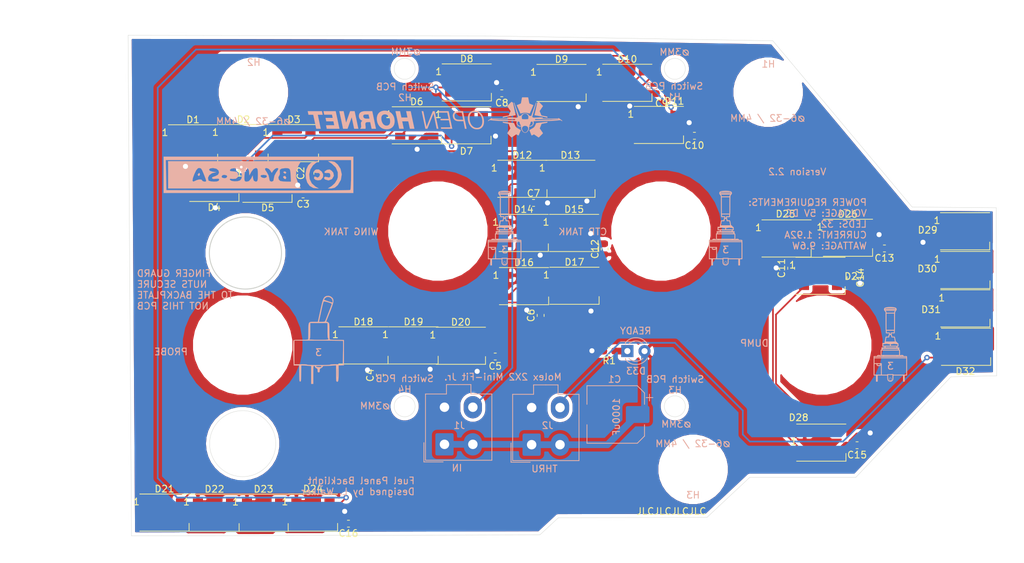
<source format=kicad_pcb>
(kicad_pcb (version 20171130) (host pcbnew "(5.1.12-1-10_14)")
  (layers (0 F.Cu signal) (31 B.Cu signal) (34 B.Paste user hide) (35 F.Paste user hide) (36 B.SilkS user) (37 F.SilkS user) (38 B.Mask user hide) (39 F.Mask user hide) (44 Edge.Cuts user))
  (net 0 "")
  (net 1 "Net-(D1-Pad2)")
  (net 2 "Net-(D1-Pad4)")
  (net 3 "Net-(D2-Pad2)")
  (net 4 "Net-(D3-Pad2)")
  (net 5 "Net-(D4-Pad2)")
  (net 6 "Net-(D4-Pad4)")
  (net 7 "Net-(D12-Pad4)")
  (net 8 "Net-(D6-Pad2)")
  (net 9 "Net-(D8-Pad2)")
  (net 10 "Net-(D10-Pad4)")
  (net 11 "Net-(D11-Pad2)")
  (net 12 "Net-(D11-Pad4)")
  (net 13 "Net-(D12-Pad2)")
  (net 14 "Net-(D13-Pad2)")
  (net 15 "Net-(D14-Pad2)")
  (net 16 "Net-(D15-Pad2)")
  (net 17 "Net-(D16-Pad2)")
  (net 18 "Net-(D17-Pad2)")
  (net 19 "Net-(D18-Pad2)")
  (net 20 "Net-(D19-Pad2)")
  (net 21 "Net-(D20-Pad2)")
  (net 22 "Net-(D21-Pad2)")
  (net 23 "Net-(D22-Pad2)")
  (net 24 "Net-(D23-Pad2)")
  (net 25 "Net-(D25-Pad2)")
  (net 26 "Net-(D26-Pad2)")
  (net 27 "Net-(D27-Pad2)")
  (net 28 "Net-(D28-Pad2)")
  (net 29 "Net-(D29-Pad2)")
  (net 30 "Net-(D30-Pad2)")
  (net 31 "Net-(D31-Pad2)")
  (net 32 /LEDGND)
  (net 33 /LED+5V)
  (net 34 "Net-(D33-Pad1)")
  (net 35 /DATAIN)
  (net 36 /DATAOUT)
  (module OH_Backlighting:Molex_Mini-Fit_Jr_5566-04A_2x02_P4.20mm_Vertical (layer B.Cu) (at 158.801 135.687)
    (fp_text reference J2 (at 2.362 -2.845) (layer B.SilkS) (effects (justify mirror)))
    (fp_text value Conn_01x04_Female)
    (pad 4 thru_hole oval (at 4.2 -5.5) (size 2.7 3.3) (drill 1.4) (layers *.Cu *.Mask) (net 36 /DATAOUT))
    (pad 3 thru_hole oval (at 0 -5.5) (size 2.7 3.3) (drill 1.4) (layers *.Cu *.Mask) (net 32 /LEDGND))
    (pad 2 thru_hole oval (at 4.2 0) (size 2.7 3.3) (drill 1.4) (layers *.Cu *.Mask) (net 33 /LED+5V))
    (pad 1 thru_hole roundrect (at 0 0) (size 2.7 3.3) (drill 1.4) (layers *.Cu *.Mask) (roundrect_rratio 0.09259296296296296) (net 33 /LED+5V))
  )
  (module OH_Backlighting:Molex_Mini-Fit_Jr_5566-04A_2x02_P4.20mm_Vertical (layer B.Cu) (at 145.898 135.636)
    (fp_text reference J1 (at 2.184 -2.794) (layer B.SilkS) (effects (justify mirror)))
    (fp_text value Conn_01x04_Female)
    (pad 4 thru_hole oval (at 4.2 -5.5) (size 2.7 3.3) (drill 1.4) (layers *.Cu *.Mask) (net 35 /DATAIN))
    (pad 3 thru_hole oval (at 0 -5.5) (size 2.7 3.3) (drill 1.4) (layers *.Cu *.Mask) (net 32 /LEDGND))
    (pad 2 thru_hole oval (at 4.2 0) (size 2.7 3.3) (drill 1.4) (layers *.Cu *.Mask) (net 33 /LED+5V))
    (pad 1 thru_hole roundrect (at 0 0) (size 2.7 3.3) (drill 1.4) (layers *.Cu *.Mask) (roundrect_rratio 0.09259296296296296) (net 33 /LED+5V))
  )
  (module OH_General:OH_LOGO_37.7mm_5.9mm (layer B.Cu) (at 144.5 87.2 180)
    (fp_text reference G*** hide)
    (fp_text value LOGO hide)
  )
  (module OH_General:CC-BY-NC-SA-Small (layer B.Cu) (at 118.44782 95.70212 180)
    (fp_text reference G*** hide)
    (fp_text value LOGO hide)
  )
  (module OH_Backlighting:631H_Toggle_13mm_x_13mm (layer F.Cu) (at 116.0272 120.9294)
    (fp_text reference 7 hide)
    (fp_text value 631H_Toggle_13mm_x_13mm hide)
    (pad "" np_thru_hole circle (at 0 0) (size 12.7 12.7) (drill 12.7) (layers B.Cu) (clearance 2.5))
    (pad "" np_thru_hole circle (at 0 0) (size 12.7 12.7) (drill 12.7) (layers *.Mask F.Cu) (clearance 1))
  )
  (module OH_Backlighting:OH_Panel_6-32_PHS (layer F.Cu) (at 193.8147 83.4644)
    (fp_text reference 6 hide)
    (fp_text value OH_Panel_Fastner_Keepout hide)
    (fp_text user H1 (at 0.0254 -4.16052) (layer B.SilkS) (effects (justify mirror)))
    (fp_text user "⌀6-32 / 4MM" (at -0.04572 3.85572) (layer B.SilkS) (effects (justify mirror)))
    (pad "" np_thru_hole circle (at 0 0) (size 4.3 4.3) (drill 4.3) (layers *.Cu *.Mask) (clearance 3))
  )
  (module OH_Backlighting:OH_Panel_6-32_PHS (layer F.Cu) (at 117.6147 83.4644)
    (fp_text reference 5 hide)
    (fp_text value OH_Panel_Fastner_Keepout hide)
    (fp_text user H2 (at 0.05334 -4.42214) (layer B.SilkS) (effects (justify mirror)))
    (fp_text user "⌀6-32 / 4MM" (at 0.05334 4.31546) (layer B.SilkS) (effects (justify mirror)))
    (pad "" np_thru_hole circle (at 0 0) (size 4.3 4.3) (drill 4.3) (layers *.Cu *.Mask) (clearance 3))
  )
  (module OH_Backlighting:OH_Panel_6-32_PHS (layer F.Cu) (at 182.70474 139.3444)
    (fp_text reference 5 hide)
    (fp_text value OH_Panel_Fastner_Keepout hide)
    (fp_text user H3 (at 0 3.81) (layer B.SilkS) (effects (justify mirror)))
    (fp_text user "⌀6-32 / 4MM" (at 0 -3.81) (layer B.SilkS) (effects (justify mirror)))
    (pad "" np_thru_hole circle (at 0 0) (size 4.3 4.3) (drill 4.3) (layers *.Cu *.Mask) (clearance 3))
  )
  (module OH_Backlighting:SxAL_Toggle_13x13mm (layer F.Cu) (at 201.7522 120.9294)
    (fp_text reference 3 hide)
    (fp_text value SxAL_Toggle_13x13mm hide)
    (pad "" np_thru_hole circle (at 0 0) (size 12.7 12.7) (drill 12.7) (layers *.Mask F.Cu) (clearance 1))
    (pad "" np_thru_hole circle (at 0 0) (size 12.7 12.7) (drill 12.7) (layers *.Mask B.Cu) (clearance 2.65))
  )
  (module OH_Backlighting:SxAL_Toggle_13x13mm (layer F.Cu) (at 177.9397 104.0384)
    (fp_text reference 2 hide)
    (fp_text value SxAL_Toggle_13x13mm hide)
    (pad "" np_thru_hole circle (at 0 0) (size 12.7 12.7) (drill 12.7) (layers *.Mask F.Cu) (clearance 1))
    (pad "" np_thru_hole circle (at 0 0) (size 12.7 12.7) (drill 12.7) (layers *.Mask B.Cu) (clearance 2.65))
  )
  (module OH_Backlighting:SxAL_Toggle_13x13mm (layer F.Cu) (at 144.9197 104.0384)
    (fp_text reference 1 hide)
    (fp_text value SxAL_Toggle_13x13mm hide)
    (pad "" np_thru_hole circle (at 0 0) (size 12.7 12.7) (drill 12.7) (layers *.Mask F.Cu) (clearance 1))
    (pad "" np_thru_hole circle (at 0 0) (size 12.7 12.7) (drill 12.7) (layers *.Mask B.Cu) (clearance 2.65))
  )
  (module Resistor_SMD:R_0603_1608Metric (layer F.Cu) (at 170.282 121.818 180)
    (fp_text reference R1 (at 0 -1.43) (layer F.SilkS))
    (fp_text value R)
    (pad 2 smd roundrect (at 0.7875 0 180) (size 0.875 0.95) (layers F.Cu F.Paste F.Mask) (net 32 /LEDGND))
    (pad 1 smd roundrect (at -0.7875 0 180) (size 0.875 0.95) (layers F.Cu F.Paste F.Mask) (net 34 "Net-(D33-Pad1)"))
  )
  (module Capacitor_SMD:C_0603_1608Metric (layer F.Cu) (at 131.68386 147.39366 180)
    (fp_text reference C16 (at 0 -1.43) (layer F.SilkS))
    (fp_text value C)
    (pad 2 smd roundrect (at 0.7875 0 180) (size 0.875 0.95) (layers F.Cu F.Paste F.Mask) (net 32 /LEDGND))
    (pad 1 smd roundrect (at -0.7875 0 180) (size 0.875 0.95) (layers F.Cu F.Paste F.Mask) (net 33 /LED+5V))
  )
  (module Capacitor_SMD:C_0603_1608Metric (layer F.Cu) (at 206.97454 135.77062 180)
    (fp_text reference C15 (at 0 -1.43) (layer F.SilkS))
    (fp_text value C)
    (pad 2 smd roundrect (at 0.7875 0 180) (size 0.875 0.95) (layers F.Cu F.Paste F.Mask) (net 32 /LEDGND))
    (pad 1 smd roundrect (at -0.7875 0 180) (size 0.875 0.95) (layers F.Cu F.Paste F.Mask) (net 33 /LED+5V))
  )
  (module Capacitor_SMD:C_0603_1608Metric (layer F.Cu) (at 206.0194 110.94964 270)
    (fp_text reference C14 (at 0 -1.43 90) (layer F.SilkS))
    (fp_text value C)
    (pad 2 smd roundrect (at 0.7875 0 270) (size 0.875 0.95) (layers F.Cu F.Paste F.Mask) (net 32 /LEDGND))
    (pad 1 smd roundrect (at -0.7875 0 270) (size 0.875 0.95) (layers F.Cu F.Paste F.Mask) (net 33 /LED+5V))
  )
  (module Capacitor_SMD:C_0603_1608Metric (layer F.Cu) (at 211.02584 106.61396 180)
    (fp_text reference C13 (at 0 -1.43) (layer F.SilkS))
    (fp_text value C)
    (pad 2 smd roundrect (at 0.7875 0 180) (size 0.875 0.95) (layers F.Cu F.Paste F.Mask) (net 32 /LEDGND))
    (pad 1 smd roundrect (at -0.7875 0 180) (size 0.875 0.95) (layers F.Cu F.Paste F.Mask) (net 33 /LED+5V))
  )
  (module Capacitor_SMD:C_0603_1608Metric (layer F.Cu) (at 169.61104 106.69788 90)
    (fp_text reference C12 (at 0 -1.43 90) (layer F.SilkS))
    (fp_text value C)
    (pad 2 smd roundrect (at 0.7875 0 90) (size 0.875 0.95) (layers F.Cu F.Paste F.Mask) (net 32 /LEDGND))
    (pad 1 smd roundrect (at -0.7875 0 90) (size 0.875 0.95) (layers F.Cu F.Paste F.Mask) (net 33 /LED+5V))
  )
  (module Capacitor_SMD:C_0603_1608Metric (layer F.Cu) (at 197.22338 109.54502 90)
    (fp_text reference C11 (at 0 -1.43 90) (layer F.SilkS))
    (fp_text value C)
    (pad 2 smd roundrect (at 0.7875 0 90) (size 0.875 0.95) (layers F.Cu F.Paste F.Mask) (net 32 /LEDGND))
    (pad 1 smd roundrect (at -0.7875 0 90) (size 0.875 0.95) (layers F.Cu F.Paste F.Mask) (net 33 /LED+5V))
  )
  (module Capacitor_SMD:C_0603_1608Metric (layer F.Cu) (at 182.89788 89.916 180)
    (fp_text reference C10 (at 0 -1.43) (layer F.SilkS))
    (fp_text value C)
    (pad 2 smd roundrect (at 0.7875 0 180) (size 0.875 0.95) (layers F.Cu F.Paste F.Mask) (net 32 /LEDGND))
    (pad 1 smd roundrect (at -0.7875 0 180) (size 0.875 0.95) (layers F.Cu F.Paste F.Mask) (net 33 /LED+5V))
  )
  (module Capacitor_SMD:C_0603_1608Metric (layer F.Cu) (at 178.05136 83.67522 180)
    (fp_text reference C9 (at 0 -1.43) (layer F.SilkS))
    (fp_text value C)
    (pad 2 smd roundrect (at 0.7875 0 180) (size 0.875 0.95) (layers F.Cu F.Paste F.Mask) (net 32 /LEDGND))
    (pad 1 smd roundrect (at -0.7875 0 180) (size 0.875 0.95) (layers F.Cu F.Paste F.Mask) (net 33 /LED+5V))
  )
  (module Capacitor_SMD:C_0603_1608Metric (layer F.Cu) (at 154.3812 83.6168 180)
    (fp_text reference C8 (at 0 -1.43) (layer F.SilkS))
    (fp_text value C)
    (pad 2 smd roundrect (at 0.7875 0 180) (size 0.875 0.95) (layers F.Cu F.Paste F.Mask) (net 32 /LEDGND))
    (pad 1 smd roundrect (at -0.7875 0 180) (size 0.875 0.95) (layers F.Cu F.Paste F.Mask) (net 33 /LED+5V))
  )
  (module Capacitor_SMD:C_0603_1608Metric (layer F.Cu) (at 159.08518 99.86518)
    (fp_text reference C7 (at 0 -1.43) (layer F.SilkS))
    (fp_text value C)
    (pad 2 smd roundrect (at 0.7875 0) (size 0.875 0.95) (layers F.Cu F.Paste F.Mask) (net 32 /LEDGND))
    (pad 1 smd roundrect (at -0.7875 0) (size 0.875 0.95) (layers F.Cu F.Paste F.Mask) (net 33 /LED+5V))
  )
  (module Capacitor_SMD:C_0603_1608Metric (layer F.Cu) (at 160.13684 116.53256 90)
    (fp_text reference C6 (at 0 -1.43 90) (layer F.SilkS))
    (fp_text value C)
    (pad 2 smd roundrect (at 0.7875 0 90) (size 0.875 0.95) (layers F.Cu F.Paste F.Mask) (net 32 /LEDGND))
    (pad 1 smd roundrect (at -0.7875 0 90) (size 0.875 0.95) (layers F.Cu F.Paste F.Mask) (net 33 /LED+5V))
  )
  (module Capacitor_SMD:C_0603_1608Metric (layer F.Cu) (at 153.41102 122.62358 180)
    (fp_text reference C5 (at 0 -1.43) (layer F.SilkS))
    (fp_text value C)
    (pad 2 smd roundrect (at 0.7875 0 180) (size 0.875 0.95) (layers F.Cu F.Paste F.Mask) (net 32 /LEDGND))
    (pad 1 smd roundrect (at -0.7875 0 180) (size 0.875 0.95) (layers F.Cu F.Paste F.Mask) (net 33 /LED+5V))
  )
  (module Capacitor_SMD:C_0603_1608Metric (layer F.Cu) (at 136.330007 125.396673 90)
    (fp_text reference C4 (at 0 -1.43 90) (layer F.SilkS))
    (fp_text value C)
    (pad 2 smd roundrect (at 0.7875 0 90) (size 0.875 0.95) (layers F.Cu F.Paste F.Mask) (net 32 /LEDGND))
    (pad 1 smd roundrect (at -0.7875 0 90) (size 0.875 0.95) (layers F.Cu F.Paste F.Mask) (net 33 /LED+5V))
  )
  (module Capacitor_SMD:C_0603_1608Metric (layer F.Cu) (at 124.9681 98.60534 180)
    (fp_text reference C3 (at 0 -1.43) (layer F.SilkS))
    (fp_text value C)
    (pad 2 smd roundrect (at 0.7875 0 180) (size 0.875 0.95) (layers F.Cu F.Paste F.Mask) (net 32 /LEDGND))
    (pad 1 smd roundrect (at -0.7875 0 180) (size 0.875 0.95) (layers F.Cu F.Paste F.Mask) (net 33 /LED+5V))
  )
  (module Capacitor_SMD:C_0603_1608Metric (layer F.Cu) (at 126.05512 95.46326 90)
    (fp_text reference C2 (at 0 -1.43 90) (layer F.SilkS))
    (fp_text value C)
    (pad 2 smd roundrect (at 0.7875 0 90) (size 0.875 0.95) (layers F.Cu F.Paste F.Mask) (net 32 /LEDGND))
    (pad 1 smd roundrect (at -0.7875 0 90) (size 0.875 0.95) (layers F.Cu F.Paste F.Mask) (net 33 /LED+5V))
  )
  (module "Kicad Footprint Files:631HToggle" (layer B.Cu) (at 127.3048 120.142 180)
    (fp_text reference G*** hide)
    (fp_text value LOGO hide)
  )
  (module "Kicad Footprint Files:S3ALToggle" (layer B.Cu) (at 212.0392 120.9548 180)
    (fp_text reference G*** hide)
    (fp_text value LOGO hide)
    (fp_text user 3 (at 0.125 -3.075) (layer B.SilkS) (effects (justify mirror)))
  )
  (module "Kicad Footprint Files:S3ALToggle" (layer B.Cu) (at 187.6552 103.7336 180)
    (fp_text reference G*** hide)
    (fp_text value LOGO hide)
    (fp_text user 3 (at 0.125 -3.075) (layer B.SilkS) (effects (justify mirror)))
  )
  (module "Kicad Footprint Files:S3ALToggle" (layer B.Cu) (at 154.94 103.7336 180)
    (fp_text reference G*** hide)
    (fp_text value LOGO hide)
    (fp_text user 3 (at 0.125 -3.075) (layer B.SilkS) (effects (justify mirror)))
  )
  (module LED_THT:LED_D3.0mm (layer B.Cu) (at 172.974 121.818)
    (fp_text reference D33 (at 1.27 2.96) (layer B.SilkS) (effects (justify mirror)))
    (fp_text value LED)
    (pad 2 thru_hole circle (at 2.54 0) (size 1.8 1.8) (drill 0.9) (layers *.Cu *.Mask) (net 33 /LED+5V))
    (pad 1 thru_hole rect (at 0 0) (size 1.8 1.8) (drill 0.9) (layers *.Cu *.Mask) (net 34 "Net-(D33-Pad1)"))
  )
  (module LED_SMD:LED_WS2812B_PLCC4_5.0x5.0mm_P3.2mm (layer F.Cu) (at 119.685 97.028)
    (fp_text reference D5 (at 0.0508 3.556) (layer F.SilkS))
    (fp_text value WS2812B)
    (fp_text user 1 (at -4.15 -1.6) (layer F.SilkS))
    (pad 1 smd rect (at -2.45 -1.6) (size 1.5 1) (layers F.Cu F.Paste F.Mask) (net 33 /LED+5V))
    (pad 2 smd rect (at -2.45 1.6) (size 1.5 1) (layers F.Cu F.Paste F.Mask) (net 7 "Net-(D12-Pad4)"))
    (pad 4 smd rect (at 2.45 -1.6) (size 1.5 1) (layers F.Cu F.Paste F.Mask) (net 5 "Net-(D4-Pad2)"))
    (pad 3 smd rect (at 2.45 1.6) (size 1.5 1) (layers F.Cu F.Paste F.Mask) (net 32 /LEDGND))
  )
  (module LED_SMD:LED_WS2812B_PLCC4_5.0x5.0mm_P3.2mm (layer F.Cu) (at 201.676 135.382)
    (fp_text reference D28 (at -3.3528 -3.7084) (layer F.SilkS))
    (fp_text value WS2812B)
    (fp_text user 1 (at -4.064 -0.1524) (layer F.SilkS))
    (pad 1 smd rect (at -2.45 -1.6) (size 1.5 1) (layers F.Cu F.Paste F.Mask) (net 33 /LED+5V))
    (pad 2 smd rect (at -2.45 1.6) (size 1.5 1) (layers F.Cu F.Paste F.Mask) (net 28 "Net-(D28-Pad2)"))
    (pad 4 smd rect (at 2.45 -1.6) (size 1.5 1) (layers F.Cu F.Paste F.Mask) (net 27 "Net-(D27-Pad2)"))
    (pad 3 smd rect (at 2.45 1.6) (size 1.5 1) (layers F.Cu F.Paste F.Mask) (net 32 /LEDGND))
  )
  (module LED_SMD:LED_WS2812B_PLCC4_5.0x5.0mm_P3.2mm (layer F.Cu) (at 157.621 104.318)
    (fp_text reference D14 (at 0 -3.5) (layer F.SilkS))
    (fp_text value WS2812B)
    (fp_text user 1 (at -4.15 -1.6) (layer F.SilkS))
    (pad 1 smd rect (at -2.45 -1.6) (size 1.5 1) (layers F.Cu F.Paste F.Mask) (net 33 /LED+5V))
    (pad 2 smd rect (at -2.45 1.6) (size 1.5 1) (layers F.Cu F.Paste F.Mask) (net 15 "Net-(D14-Pad2)"))
    (pad 4 smd rect (at 2.45 -1.6) (size 1.5 1) (layers F.Cu F.Paste F.Mask) (net 14 "Net-(D13-Pad2)"))
    (pad 3 smd rect (at 2.45 1.6) (size 1.5 1) (layers F.Cu F.Paste F.Mask) (net 32 /LEDGND))
  )
  (module Capacitor_SMD:CP_Elec_8x10 (layer B.Cu) (at 171.248 131.216 180)
    (fp_text reference C1 (at 0.18154 5.21676) (layer B.SilkS) (effects (justify mirror)))
    (fp_text value C_Polarized)
    (pad 2 smd roundrect (at 3.25 0 180) (size 3.5 2.5) (layers B.Cu B.Paste B.Mask) (roundrect_rratio 0.1) (net 32 /LEDGND))
    (pad 1 smd roundrect (at -3.25 0 180) (size 3.5 2.5) (layers B.Cu B.Paste B.Mask) (roundrect_rratio 0.1) (net 33 /LED+5V))
  )
  (module LED_SMD:LED_WS2812B_PLCC4_5.0x5.0mm_P3.2mm (layer F.Cu) (at 223.102 121.183)
    (fp_text reference D32 (at -0.09 3.6326) (layer F.SilkS))
    (fp_text value WS2812B)
    (fp_text user 1 (at -4.15 -1.6) (layer F.SilkS))
    (pad 1 smd rect (at -2.45 -1.6) (size 1.5 1) (layers F.Cu F.Paste F.Mask) (net 33 /LED+5V))
    (pad 2 smd rect (at -2.45 1.6) (size 1.5 1) (layers F.Cu F.Paste F.Mask) (net 36 /DATAOUT))
    (pad 4 smd rect (at 2.45 -1.6) (size 1.5 1) (layers F.Cu F.Paste F.Mask) (net 31 "Net-(D31-Pad2)"))
    (pad 3 smd rect (at 2.45 1.6) (size 1.5 1) (layers F.Cu F.Paste F.Mask) (net 32 /LEDGND))
  )
  (module LED_SMD:LED_WS2812B_PLCC4_5.0x5.0mm_P3.2mm (layer F.Cu) (at 223 115.494)
    (fp_text reference D31 (at -5.068 0.1776) (layer F.SilkS))
    (fp_text value WS2812B)
    (fp_text user 1 (at -3.4932 -1.5496) (layer F.SilkS))
    (pad 1 smd rect (at -2.45 -1.6) (size 1.5 1) (layers F.Cu F.Paste F.Mask) (net 33 /LED+5V))
    (pad 2 smd rect (at -2.45 1.6) (size 1.5 1) (layers F.Cu F.Paste F.Mask) (net 31 "Net-(D31-Pad2)"))
    (pad 4 smd rect (at 2.45 -1.6) (size 1.5 1) (layers F.Cu F.Paste F.Mask) (net 30 "Net-(D30-Pad2)"))
    (pad 3 smd rect (at 2.45 1.6) (size 1.5 1) (layers F.Cu F.Paste F.Mask) (net 32 /LEDGND))
  )
  (module LED_SMD:LED_WS2812B_PLCC4_5.0x5.0mm_P3.2mm (layer F.Cu) (at 223 109.804)
    (fp_text reference D30 (at -5.6272 -0.1776) (layer F.SilkS))
    (fp_text value WS2812B)
    (fp_text user 1 (at -4.15 -1.6) (layer F.SilkS))
    (pad 1 smd rect (at -2.45 -1.6) (size 1.5 1) (layers F.Cu F.Paste F.Mask) (net 33 /LED+5V))
    (pad 2 smd rect (at -2.45 1.6) (size 1.5 1) (layers F.Cu F.Paste F.Mask) (net 30 "Net-(D30-Pad2)"))
    (pad 4 smd rect (at 2.45 -1.6) (size 1.5 1) (layers F.Cu F.Paste F.Mask) (net 29 "Net-(D29-Pad2)"))
    (pad 3 smd rect (at 2.45 1.6) (size 1.5 1) (layers F.Cu F.Paste F.Mask) (net 32 /LEDGND))
  )
  (module LED_SMD:LED_WS2812B_PLCC4_5.0x5.0mm_P3.2mm (layer F.Cu) (at 222.961 104.064)
    (fp_text reference D29 (at -5.5372 -0.178) (layer F.SilkS))
    (fp_text value WS2812B)
    (fp_text user 1 (at -4.15 -1.6) (layer F.SilkS))
    (pad 1 smd rect (at -2.45 -1.6) (size 1.5 1) (layers F.Cu F.Paste F.Mask) (net 33 /LED+5V))
    (pad 2 smd rect (at -2.45 1.6) (size 1.5 1) (layers F.Cu F.Paste F.Mask) (net 29 "Net-(D29-Pad2)"))
    (pad 4 smd rect (at 2.45 -1.6) (size 1.5 1) (layers F.Cu F.Paste F.Mask) (net 28 "Net-(D28-Pad2)"))
    (pad 3 smd rect (at 2.45 1.6) (size 1.5 1) (layers F.Cu F.Paste F.Mask) (net 32 /LEDGND))
  )
  (module LED_SMD:LED_WS2812B_PLCC4_5.0x5.0mm_P3.2mm (layer F.Cu) (at 201.563 110.668)
    (fp_text reference D27 (at 4.99 0.0764) (layer F.SilkS))
    (fp_text value WS2812B)
    (fp_text user 1 (at -4.15 -1.6) (layer F.SilkS))
    (pad 1 smd rect (at -2.45 -1.6) (size 1.5 1) (layers F.Cu F.Paste F.Mask) (net 33 /LED+5V))
    (pad 2 smd rect (at -2.45 1.6) (size 1.5 1) (layers F.Cu F.Paste F.Mask) (net 27 "Net-(D27-Pad2)"))
    (pad 4 smd rect (at 2.45 -1.6) (size 1.5 1) (layers F.Cu F.Paste F.Mask) (net 26 "Net-(D26-Pad2)"))
    (pad 3 smd rect (at 2.45 1.6) (size 1.5 1) (layers F.Cu F.Paste F.Mask) (net 32 /LEDGND))
  )
  (module LED_SMD:LED_WS2812B_PLCC4_5.0x5.0mm_P3.2mm (layer F.Cu) (at 205.627 105.029)
    (fp_text reference D26 (at 0 -3.5) (layer F.SilkS))
    (fp_text value WS2812B)
    (fp_text user 1 (at -4.15 -1.6) (layer F.SilkS))
    (pad 1 smd rect (at -2.45 -1.6) (size 1.5 1) (layers F.Cu F.Paste F.Mask) (net 33 /LED+5V))
    (pad 2 smd rect (at -2.45 1.6) (size 1.5 1) (layers F.Cu F.Paste F.Mask) (net 26 "Net-(D26-Pad2)"))
    (pad 4 smd rect (at 2.45 -1.6) (size 1.5 1) (layers F.Cu F.Paste F.Mask) (net 25 "Net-(D25-Pad2)"))
    (pad 3 smd rect (at 2.45 1.6) (size 1.5 1) (layers F.Cu F.Paste F.Mask) (net 32 /LEDGND))
  )
  (module LED_SMD:LED_WS2812B_PLCC4_5.0x5.0mm_P3.2mm (layer F.Cu) (at 196.534 105.131)
    (fp_text reference D25 (at -0.1408 -3.6324) (layer F.SilkS))
    (fp_text value WS2812B)
    (fp_text user 1 (at -4.15 -1.6) (layer F.SilkS))
    (pad 1 smd rect (at -2.45 -1.6) (size 1.5 1) (layers F.Cu F.Paste F.Mask) (net 33 /LED+5V))
    (pad 2 smd rect (at -2.45 1.6) (size 1.5 1) (layers F.Cu F.Paste F.Mask) (net 25 "Net-(D25-Pad2)"))
    (pad 4 smd rect (at 2.45 -1.6) (size 1.5 1) (layers F.Cu F.Paste F.Mask) (net 11 "Net-(D11-Pad2)"))
    (pad 3 smd rect (at 2.45 1.6) (size 1.5 1) (layers F.Cu F.Paste F.Mask) (net 32 /LEDGND))
  )
  (module LED_SMD:LED_WS2812B_PLCC4_5.0x5.0mm_P3.2mm (layer F.Cu) (at 126.43 145.745)
    (fp_text reference D24 (at 0 -3.5) (layer F.SilkS))
    (fp_text value WS2812B)
    (fp_text user 1 (at -4.15 -1.6) (layer F.SilkS))
    (pad 1 smd rect (at -2.45 -1.6) (size 1.5 1) (layers F.Cu F.Paste F.Mask) (net 33 /LED+5V))
    (pad 2 smd rect (at -2.45 1.6) (size 1.5 1) (layers F.Cu F.Paste F.Mask) (net 12 "Net-(D11-Pad4)"))
    (pad 4 smd rect (at 2.45 -1.6) (size 1.5 1) (layers F.Cu F.Paste F.Mask) (net 24 "Net-(D23-Pad2)"))
    (pad 3 smd rect (at 2.45 1.6) (size 1.5 1) (layers F.Cu F.Paste F.Mask) (net 32 /LEDGND))
  )
  (module LED_SMD:LED_WS2812B_PLCC4_5.0x5.0mm_P3.2mm (layer F.Cu) (at 119.114 145.77)
    (fp_text reference D23 (at 0 -3.5) (layer F.SilkS))
    (fp_text value WS2812B)
    (fp_text user 1 (at -4.15 -1.6) (layer F.SilkS))
    (pad 1 smd rect (at -2.45 -1.6) (size 1.5 1) (layers F.Cu F.Paste F.Mask) (net 33 /LED+5V))
    (pad 2 smd rect (at -2.45 1.6) (size 1.5 1) (layers F.Cu F.Paste F.Mask) (net 24 "Net-(D23-Pad2)"))
    (pad 4 smd rect (at 2.45 -1.6) (size 1.5 1) (layers F.Cu F.Paste F.Mask) (net 23 "Net-(D22-Pad2)"))
    (pad 3 smd rect (at 2.45 1.6) (size 1.5 1) (layers F.Cu F.Paste F.Mask) (net 32 /LEDGND))
  )
  (module LED_SMD:LED_WS2812B_PLCC4_5.0x5.0mm_P3.2mm (layer F.Cu) (at 111.85 145.771)
    (fp_text reference D22 (at 0 -3.5) (layer F.SilkS))
    (fp_text value WS2812B)
    (fp_text user 1 (at -4.15 -1.6) (layer F.SilkS))
    (pad 1 smd rect (at -2.45 -1.6) (size 1.5 1) (layers F.Cu F.Paste F.Mask) (net 33 /LED+5V))
    (pad 2 smd rect (at -2.45 1.6) (size 1.5 1) (layers F.Cu F.Paste F.Mask) (net 23 "Net-(D22-Pad2)"))
    (pad 4 smd rect (at 2.45 -1.6) (size 1.5 1) (layers F.Cu F.Paste F.Mask) (net 22 "Net-(D21-Pad2)"))
    (pad 3 smd rect (at 2.45 1.6) (size 1.5 1) (layers F.Cu F.Paste F.Mask) (net 32 /LEDGND))
  )
  (module LED_SMD:LED_WS2812B_PLCC4_5.0x5.0mm_P3.2mm (layer F.Cu) (at 104.445 145.745)
    (fp_text reference D21 (at 0 -3.5) (layer F.SilkS))
    (fp_text value WS2812B)
    (fp_text user 1 (at -4.15 -1.6) (layer F.SilkS))
    (pad 1 smd rect (at -2.45 -1.6) (size 1.5 1) (layers F.Cu F.Paste F.Mask) (net 33 /LED+5V))
    (pad 2 smd rect (at -2.45 1.6) (size 1.5 1) (layers F.Cu F.Paste F.Mask) (net 22 "Net-(D21-Pad2)"))
    (pad 4 smd rect (at 2.45 -1.6) (size 1.5 1) (layers F.Cu F.Paste F.Mask) (net 21 "Net-(D20-Pad2)"))
    (pad 3 smd rect (at 2.45 1.6) (size 1.5 1) (layers F.Cu F.Paste F.Mask) (net 32 /LEDGND))
  )
  (module LED_SMD:LED_WS2812B_PLCC4_5.0x5.0mm_P3.2mm (layer F.Cu) (at 148.324 121.031)
    (fp_text reference D20 (at 0 -3.5) (layer F.SilkS))
    (fp_text value WS2812B)
    (fp_text user 1 (at -4.15 -1.6) (layer F.SilkS))
    (pad 1 smd rect (at -2.45 -1.6) (size 1.5 1) (layers F.Cu F.Paste F.Mask) (net 33 /LED+5V))
    (pad 2 smd rect (at -2.45 1.6) (size 1.5 1) (layers F.Cu F.Paste F.Mask) (net 21 "Net-(D20-Pad2)"))
    (pad 4 smd rect (at 2.45 -1.6) (size 1.5 1) (layers F.Cu F.Paste F.Mask) (net 20 "Net-(D19-Pad2)"))
    (pad 3 smd rect (at 2.45 1.6) (size 1.5 1) (layers F.Cu F.Paste F.Mask) (net 32 /LEDGND))
  )
  (module LED_SMD:LED_WS2812B_PLCC4_5.0x5.0mm_P3.2mm (layer F.Cu) (at 141.314 120.98)
    (fp_text reference D19 (at 0 -3.5) (layer F.SilkS))
    (fp_text value WS2812B)
    (fp_text user 1 (at -4.15 -1.6) (layer F.SilkS))
    (pad 1 smd rect (at -2.45 -1.6) (size 1.5 1) (layers F.Cu F.Paste F.Mask) (net 33 /LED+5V))
    (pad 2 smd rect (at -2.45 1.6) (size 1.5 1) (layers F.Cu F.Paste F.Mask) (net 20 "Net-(D19-Pad2)"))
    (pad 4 smd rect (at 2.45 -1.6) (size 1.5 1) (layers F.Cu F.Paste F.Mask) (net 19 "Net-(D18-Pad2)"))
    (pad 3 smd rect (at 2.45 1.6) (size 1.5 1) (layers F.Cu F.Paste F.Mask) (net 32 /LEDGND))
  )
  (module LED_SMD:LED_WS2812B_PLCC4_5.0x5.0mm_P3.2mm (layer F.Cu) (at 133.897 120.98)
    (fp_text reference D18 (at 0 -3.5) (layer F.SilkS))
    (fp_text value WS2812B)
    (fp_text user 1 (at -4.15 -1.6) (layer F.SilkS))
    (pad 1 smd rect (at -2.45 -1.6) (size 1.5 1) (layers F.Cu F.Paste F.Mask) (net 33 /LED+5V))
    (pad 2 smd rect (at -2.45 1.6) (size 1.5 1) (layers F.Cu F.Paste F.Mask) (net 19 "Net-(D18-Pad2)"))
    (pad 4 smd rect (at 2.45 -1.6) (size 1.5 1) (layers F.Cu F.Paste F.Mask) (net 18 "Net-(D17-Pad2)"))
    (pad 3 smd rect (at 2.45 1.6) (size 1.5 1) (layers F.Cu F.Paste F.Mask) (net 32 /LEDGND))
  )
  (module LED_SMD:LED_WS2812B_PLCC4_5.0x5.0mm_P3.2mm (layer F.Cu) (at 165.139 112.141)
    (fp_text reference D17 (at 0 -3.5) (layer F.SilkS))
    (fp_text value WS2812B)
    (fp_text user 1 (at -4.15 -1.6) (layer F.SilkS))
    (pad 1 smd rect (at -2.45 -1.6) (size 1.5 1) (layers F.Cu F.Paste F.Mask) (net 33 /LED+5V))
    (pad 2 smd rect (at -2.45 1.6) (size 1.5 1) (layers F.Cu F.Paste F.Mask) (net 18 "Net-(D17-Pad2)"))
    (pad 4 smd rect (at 2.45 -1.6) (size 1.5 1) (layers F.Cu F.Paste F.Mask) (net 17 "Net-(D16-Pad2)"))
    (pad 3 smd rect (at 2.45 1.6) (size 1.5 1) (layers F.Cu F.Paste F.Mask) (net 32 /LEDGND))
  )
  (module LED_SMD:LED_WS2812B_PLCC4_5.0x5.0mm_P3.2mm (layer F.Cu) (at 157.672 112.192)
    (fp_text reference D16 (at 0 -3.5) (layer F.SilkS))
    (fp_text value WS2812B)
    (fp_text user 1 (at -4.15 -1.6) (layer F.SilkS))
    (pad 1 smd rect (at -2.45 -1.6) (size 1.5 1) (layers F.Cu F.Paste F.Mask) (net 33 /LED+5V))
    (pad 2 smd rect (at -2.45 1.6) (size 1.5 1) (layers F.Cu F.Paste F.Mask) (net 17 "Net-(D16-Pad2)"))
    (pad 4 smd rect (at 2.45 -1.6) (size 1.5 1) (layers F.Cu F.Paste F.Mask) (net 16 "Net-(D15-Pad2)"))
    (pad 3 smd rect (at 2.45 1.6) (size 1.5 1) (layers F.Cu F.Paste F.Mask) (net 32 /LEDGND))
  )
  (module LED_SMD:LED_WS2812B_PLCC4_5.0x5.0mm_P3.2mm (layer F.Cu) (at 165.088 104.318)
    (fp_text reference D15 (at 0 -3.5) (layer F.SilkS))
    (fp_text value WS2812B)
    (fp_text user 1 (at -4.15 -1.6) (layer F.SilkS))
    (pad 1 smd rect (at -2.45 -1.6) (size 1.5 1) (layers F.Cu F.Paste F.Mask) (net 33 /LED+5V))
    (pad 2 smd rect (at -2.45 1.6) (size 1.5 1) (layers F.Cu F.Paste F.Mask) (net 16 "Net-(D15-Pad2)"))
    (pad 4 smd rect (at 2.45 -1.6) (size 1.5 1) (layers F.Cu F.Paste F.Mask) (net 15 "Net-(D14-Pad2)"))
    (pad 3 smd rect (at 2.45 1.6) (size 1.5 1) (layers F.Cu F.Paste F.Mask) (net 32 /LEDGND))
  )
  (module LED_SMD:LED_WS2812B_PLCC4_5.0x5.0mm_P3.2mm (layer F.Cu) (at 164.53 96.2912)
    (fp_text reference D13 (at 0 -3.5) (layer F.SilkS))
    (fp_text value WS2812B)
    (fp_text user 1 (at -4.15 -1.6) (layer F.SilkS))
    (pad 1 smd rect (at -2.45 -1.6) (size 1.5 1) (layers F.Cu F.Paste F.Mask) (net 33 /LED+5V))
    (pad 2 smd rect (at -2.45 1.6) (size 1.5 1) (layers F.Cu F.Paste F.Mask) (net 14 "Net-(D13-Pad2)"))
    (pad 4 smd rect (at 2.45 -1.6) (size 1.5 1) (layers F.Cu F.Paste F.Mask) (net 13 "Net-(D12-Pad2)"))
    (pad 3 smd rect (at 2.45 1.6) (size 1.5 1) (layers F.Cu F.Paste F.Mask) (net 32 /LEDGND))
  )
  (module LED_SMD:LED_WS2812B_PLCC4_5.0x5.0mm_P3.2mm (layer F.Cu) (at 157.418 96.2912)
    (fp_text reference D12 (at 0 -3.5) (layer F.SilkS))
    (fp_text value WS2812B)
    (fp_text user 1 (at -4.15 -1.6) (layer F.SilkS))
    (pad 1 smd rect (at -2.45 -1.6) (size 1.5 1) (layers F.Cu F.Paste F.Mask) (net 33 /LED+5V))
    (pad 2 smd rect (at -2.45 1.6) (size 1.5 1) (layers F.Cu F.Paste F.Mask) (net 13 "Net-(D12-Pad2)"))
    (pad 4 smd rect (at 2.45 -1.6) (size 1.5 1) (layers F.Cu F.Paste F.Mask) (net 7 "Net-(D12-Pad4)"))
    (pad 3 smd rect (at 2.45 1.6) (size 1.5 1) (layers F.Cu F.Paste F.Mask) (net 32 /LEDGND))
  )
  (module LED_SMD:LED_WS2812B_PLCC4_5.0x5.0mm_P3.2mm (layer F.Cu) (at 177.636 88.3156)
    (fp_text reference D11 (at 2.2976 -3.5304) (layer F.SilkS))
    (fp_text value WS2812B)
    (fp_text user 1 (at -4.15 -1.6) (layer F.SilkS))
    (pad 1 smd rect (at -2.45 -1.6) (size 1.5 1) (layers F.Cu F.Paste F.Mask) (net 33 /LED+5V))
    (pad 2 smd rect (at -2.45 1.6) (size 1.5 1) (layers F.Cu F.Paste F.Mask) (net 11 "Net-(D11-Pad2)"))
    (pad 4 smd rect (at 2.45 -1.6) (size 1.5 1) (layers F.Cu F.Paste F.Mask) (net 12 "Net-(D11-Pad4)"))
    (pad 3 smd rect (at 2.45 1.6) (size 1.5 1) (layers F.Cu F.Paste F.Mask) (net 32 /LEDGND))
  )
  (module LED_SMD:LED_WS2812B_PLCC4_5.0x5.0mm_P3.2mm (layer F.Cu) (at 172.962 82.0672)
    (fp_text reference D10 (at 0 -3.5) (layer F.SilkS))
    (fp_text value WS2812B)
    (fp_text user 1 (at -4.15 -1.6) (layer F.SilkS))
    (pad 1 smd rect (at -2.45 -1.6) (size 1.5 1) (layers F.Cu F.Paste F.Mask) (net 33 /LED+5V))
    (pad 2 smd rect (at -2.45 1.6) (size 1.5 1) (layers F.Cu F.Paste F.Mask) (net 2 "Net-(D1-Pad4)"))
    (pad 4 smd rect (at 2.45 -1.6) (size 1.5 1) (layers F.Cu F.Paste F.Mask) (net 10 "Net-(D10-Pad4)"))
    (pad 3 smd rect (at 2.45 1.6) (size 1.5 1) (layers F.Cu F.Paste F.Mask) (net 32 /LEDGND))
  )
  (module LED_SMD:LED_WS2812B_PLCC4_5.0x5.0mm_P3.2mm (layer F.Cu) (at 163.22 82.0928)
    (fp_text reference D9 (at 0 -3.5) (layer F.SilkS))
    (fp_text value WS2812B)
    (fp_text user 1 (at -4.15 -1.6) (layer F.SilkS))
    (pad 1 smd rect (at -2.45 -1.6) (size 1.5 1) (layers F.Cu F.Paste F.Mask) (net 33 /LED+5V))
    (pad 2 smd rect (at -2.45 1.6) (size 1.5 1) (layers F.Cu F.Paste F.Mask) (net 10 "Net-(D10-Pad4)"))
    (pad 4 smd rect (at 2.45 -1.6) (size 1.5 1) (layers F.Cu F.Paste F.Mask) (net 9 "Net-(D8-Pad2)"))
    (pad 3 smd rect (at 2.45 1.6) (size 1.5 1) (layers F.Cu F.Paste F.Mask) (net 32 /LEDGND))
  )
  (module LED_SMD:LED_WS2812B_PLCC4_5.0x5.0mm_P3.2mm (layer F.Cu) (at 149.188 82.0164)
    (fp_text reference D8 (at 0 -3.5) (layer F.SilkS))
    (fp_text value WS2812B)
    (fp_text user 1 (at -4.15 -1.6) (layer F.SilkS))
    (pad 1 smd rect (at -2.45 -1.6) (size 1.5 1) (layers F.Cu F.Paste F.Mask) (net 33 /LED+5V))
    (pad 2 smd rect (at -2.45 1.6) (size 1.5 1) (layers F.Cu F.Paste F.Mask) (net 9 "Net-(D8-Pad2)"))
    (pad 4 smd rect (at 2.45 -1.6) (size 1.5 1) (layers F.Cu F.Paste F.Mask) (net 35 /DATAIN))
    (pad 3 smd rect (at 2.45 1.6) (size 1.5 1) (layers F.Cu F.Paste F.Mask) (net 32 /LEDGND))
  )
  (module LED_SMD:LED_WS2812B_PLCC4_5.0x5.0mm_P3.2mm (layer F.Cu) (at 149.137 88.3668)
    (fp_text reference D7 (at 0.0116 3.8352) (layer F.SilkS))
    (fp_text value WS2812B)
    (fp_text user 1 (at -4.15 -1.6) (layer F.SilkS))
    (pad 1 smd rect (at -2.45 -1.6) (size 1.5 1) (layers F.Cu F.Paste F.Mask) (net 33 /LED+5V))
    (pad 2 smd rect (at -2.45 1.6) (size 1.5 1) (layers F.Cu F.Paste F.Mask) (net 6 "Net-(D4-Pad4)"))
    (pad 4 smd rect (at 2.45 -1.6) (size 1.5 1) (layers F.Cu F.Paste F.Mask) (net 8 "Net-(D6-Pad2)"))
    (pad 3 smd rect (at 2.45 1.6) (size 1.5 1) (layers F.Cu F.Paste F.Mask) (net 32 /LEDGND))
  )
  (module LED_SMD:LED_WS2812B_PLCC4_5.0x5.0mm_P3.2mm (layer F.Cu) (at 141.794 88.3668)
    (fp_text reference D6 (at 0 -3.5) (layer F.SilkS))
    (fp_text value WS2812B)
    (fp_text user 1 (at -4.15 -1.6) (layer F.SilkS))
    (pad 1 smd rect (at -2.45 -1.6) (size 1.5 1) (layers F.Cu F.Paste F.Mask) (net 33 /LED+5V))
    (pad 2 smd rect (at -2.45 1.6) (size 1.5 1) (layers F.Cu F.Paste F.Mask) (net 8 "Net-(D6-Pad2)"))
    (pad 4 smd rect (at 2.45 -1.6) (size 1.5 1) (layers F.Cu F.Paste F.Mask) (net 4 "Net-(D3-Pad2)"))
    (pad 3 smd rect (at 2.45 1.6) (size 1.5 1) (layers F.Cu F.Paste F.Mask) (net 32 /LEDGND))
  )
  (module LED_SMD:LED_WS2812B_PLCC4_5.0x5.0mm_P3.2mm (layer F.Cu) (at 111.822 96.9008)
    (fp_text reference D4 (at 0 3.6324) (layer F.SilkS))
    (fp_text value WS2812B)
    (fp_text user 1 (at -4.15 -1.6) (layer F.SilkS))
    (pad 1 smd rect (at -2.45 -1.6) (size 1.5 1) (layers F.Cu F.Paste F.Mask) (net 33 /LED+5V))
    (pad 2 smd rect (at -2.45 1.6) (size 1.5 1) (layers F.Cu F.Paste F.Mask) (net 5 "Net-(D4-Pad2)"))
    (pad 4 smd rect (at 2.45 -1.6) (size 1.5 1) (layers F.Cu F.Paste F.Mask) (net 6 "Net-(D4-Pad4)"))
    (pad 3 smd rect (at 2.45 1.6) (size 1.5 1) (layers F.Cu F.Paste F.Mask) (net 32 /LEDGND))
  )
  (module LED_SMD:LED_WS2812B_PLCC4_5.0x5.0mm_P3.2mm (layer F.Cu) (at 123.608 91.0084)
    (fp_text reference D3 (at 0 -3.5) (layer F.SilkS))
    (fp_text value WS2812B)
    (fp_text user 1 (at -4.15 -1.6) (layer F.SilkS))
    (pad 1 smd rect (at -2.45 -1.6) (size 1.5 1) (layers F.Cu F.Paste F.Mask) (net 33 /LED+5V))
    (pad 2 smd rect (at -2.45 1.6) (size 1.5 1) (layers F.Cu F.Paste F.Mask) (net 4 "Net-(D3-Pad2)"))
    (pad 4 smd rect (at 2.45 -1.6) (size 1.5 1) (layers F.Cu F.Paste F.Mask) (net 3 "Net-(D2-Pad2)"))
    (pad 3 smd rect (at 2.45 1.6) (size 1.5 1) (layers F.Cu F.Paste F.Mask) (net 32 /LEDGND))
  )
  (module LED_SMD:LED_WS2812B_PLCC4_5.0x5.0mm_P3.2mm (layer F.Cu) (at 116.14 91.008)
    (fp_text reference D2 (at 0 -3.5) (layer F.SilkS))
    (fp_text value WS2812B)
    (fp_text user 1 (at -4.15 -1.6) (layer F.SilkS))
    (pad 1 smd rect (at -2.45 -1.6) (size 1.5 1) (layers F.Cu F.Paste F.Mask) (net 33 /LED+5V))
    (pad 2 smd rect (at -2.45 1.6) (size 1.5 1) (layers F.Cu F.Paste F.Mask) (net 3 "Net-(D2-Pad2)"))
    (pad 4 smd rect (at 2.45 -1.6) (size 1.5 1) (layers F.Cu F.Paste F.Mask) (net 1 "Net-(D1-Pad2)"))
    (pad 3 smd rect (at 2.45 1.6) (size 1.5 1) (layers F.Cu F.Paste F.Mask) (net 32 /LEDGND))
  )
  (module LED_SMD:LED_WS2812B_PLCC4_5.0x5.0mm_P3.2mm (layer F.Cu) (at 108.673 91.0336)
    (fp_text reference D1 (at 0 -3.5) (layer F.SilkS))
    (fp_text value WS2812B)
    (fp_text user 1 (at -4.15 -1.6) (layer F.SilkS))
    (pad 1 smd rect (at -2.45 -1.6) (size 1.5 1) (layers F.Cu F.Paste F.Mask) (net 33 /LED+5V))
    (pad 2 smd rect (at -2.45 1.6) (size 1.5 1) (layers F.Cu F.Paste F.Mask) (net 1 "Net-(D1-Pad2)"))
    (pad 4 smd rect (at 2.45 -1.6) (size 1.5 1) (layers F.Cu F.Paste F.Mask) (net 2 "Net-(D1-Pad4)"))
    (pad 3 smd rect (at 2.45 1.6) (size 1.5 1) (layers F.Cu F.Paste F.Mask) (net 32 /LEDGND))
  )
  (gr_text JLCJLCJLCJLC (at 179.49 145.56) (layer F.SilkS) (effects (font (size 1 1))))
  (gr_text ⌀3MM (at 135.636 129.9464) (layer B.SilkS) (effects (font (size 1 1)) (justify mirror)))
  (gr_text ⌀3MM (at 180.2384 132.6388) (layer B.SilkS) (effects (font (size 1 1)) (justify mirror)))
  (gr_text ⌀3MM (at 179.9844 77.5208) (layer B.SilkS) (effects (font (size 1 1)) (justify mirror)))
  (gr_text ⌀3MM (at 140.208 77.47) (layer B.SilkS) (effects (font (size 1 1)) (justify mirror)))
  (gr_text "Switch PCB\nH4" (at 140.0048 126.6952) (layer B.SilkS) (effects (font (size 1 1)) (justify mirror)))
  (gr_text "Switch PCB\nH2" (at 140.0556 83.4644) (layer B.SilkS) (effects (font (size 1 1)) (justify mirror)))
  (gr_text "Switch PCB\nH3" (at 180.0352 126.7968) (layer B.SilkS) (effects (font (size 1 1)) (justify mirror)))
  (gr_text "Switch PCB\nH1" (at 179.8828 83.3628) (layer B.SilkS) (effects (font (size 1 1)) (justify mirror)))
  (gr_circle (center 140 80) (end 141.55 80) (layer Edge.Cuts) (width 0.05))
  (gr_circle (center 180 80) (end 181.55 80) (layer Edge.Cuts) (width 0.05))
  (gr_circle (center 140 130) (end 141.55 130) (layer Edge.Cuts) (width 0.05))
  (gr_circle (center 180 130) (end 181.55 130) (layer Edge.Cuts) (width 0.05))
  (gr_text 3 (at 127.254 122.0216) (layer B.SilkS) (effects (font (size 1 1)) (justify mirror)))
  (gr_text READY (at 174.1932 118.8212) (layer B.SilkS) (effects (font (size 1 1)) (justify mirror)))
  (gr_text 1000uF (at 171.3484 131.572 90) (layer B.SilkS) (effects (font (size 1 1)) (justify mirror)))
  (gr_text "POWER REQUIREMENTS:\nVOLTAGE: 5V DC\nLEDS: 32\nCURRENT: 1.92A\nWATTAGE: 9.6W" (at 208.5086 103.00716) (layer B.SilkS) (effects (font (size 1 1)) (justify left mirror)))
  (gr_text "Molex 2X2 Mini-Fit Jr." (at 154.54884 125.65634) (layer B.SilkS) (effects (font (size 1 1)) (justify mirror)))
  (gr_circle (center 116.4336 107.2896) (end 121.773644 107.2896) (layer Edge.Cuts) (width 0.15))
  (gr_text "FINGER GUARD\nNUTS SECURE\nTO THE BACKPLATE\nNOT THIS PCB" (at 100.2792 112.7252) (layer B.SilkS) (effects (font (size 1 1)) (justify right mirror)))
  (gr_text DUMP (at 191.77 120.65) (layer B.SilkS) (effects (font (size 1 1)) (justify mirror)))
  (gr_text "CTR TANK" (at 166.37 104.14) (layer B.SilkS) (effects (font (size 1 1)) (justify mirror)))
  (gr_text "WING TANK" (at 132.08 104.14) (layer B.SilkS) (effects (font (size 1 1)) (justify mirror)))
  (gr_text PROBE (at 105.41 121.92) (layer B.SilkS) (effects (font (size 1 1)) (justify mirror)))
  (gr_text "Version 2.2" (at 198.12 95.25) (layer B.SilkS) (effects (font (size 1 1)) (justify mirror)))
  (gr_text THRU (at 160.7058 139.26566) (layer B.SilkS) (effects (font (size 1 1)) (justify mirror)))
  (gr_text IN (at 147.74672 139.14374) (layer B.SilkS) (effects (font (size 1 1)) (justify mirror)))
  (gr_text "Fuel Panel Backlight\nDesigned by L. Walker" (at 141.58468 141.84122) (layer B.SilkS) (effects (font (size 1 1)) (justify left mirror)))
  (gr_circle (center 116.0272 135.5344) (end 119.3292 139.1412) (layer Edge.Cuts) (width 0.05))
  (gr_line (start 160.02 149.0472) (end 162.7632 146.5072) (layer Edge.Cuts) (width 0.05))
  (gr_line (start 99.568 149.1996) (end 160.02 149.0472) (layer Edge.Cuts) (width 0.05))
  (gr_line (start 194.5132 75.8444) (end 152.7556 75.1332) (layer Edge.Cuts) (width 0.05))
  (gr_line (start 215.138 100.4824) (end 194.5132 75.8444) (layer Edge.Cuts) (width 0.05))
  (gr_line (start 227.584 100.584) (end 215.138 100.4824) (layer Edge.Cuts) (width 0.05))
  (gr_line (start 227.6348 125.476) (end 227.584 100.584) (layer Edge.Cuts) (width 0.05))
  (gr_line (start 220.8784 125.6284) (end 227.6348 125.476) (layer Edge.Cuts) (width 0.05))
  (gr_line (start 206.8068 140.5128) (end 220.8784 125.6284) (layer Edge.Cuts) (width 0.05))
  (gr_line (start 191.1096 140.5128) (end 206.8068 140.5128) (layer Edge.Cuts) (width 0.05))
  (gr_line (start 184.7596 146.4564) (end 191.1096 140.5128) (layer Edge.Cuts) (width 0.05))
  (gr_line (start 162.7632 146.5072) (end 184.7596 146.4564) (layer Edge.Cuts) (width 0.05))
  (gr_line (start 99.06 75.0316) (end 99.568 149.1996) (layer Edge.Cuts) (width 0.05))
  (gr_line (start 152.7556 75.1332) (end 99.06 75.0316) (layer Edge.Cuts) (width 0.05))
  (segment (start 107.073601 91.782999) (end 116.215001 91.782999) (width 0.25) (layer F.Cu) (net 1))
  (segment (start 116.215001 91.782999) (end 118.59 89.408) (width 0.25) (layer F.Cu) (net 1))
  (segment (start 106.223 92.6336) (end 107.073601 91.782999) (width 0.25) (layer F.Cu) (net 1))
  (segment (start 111.123 89.4336) (end 111.123 79.87992) (width 0.25) (layer F.Cu) (net 2))
  (segment (start 111.123 79.87992) (end 112.93602 78.0669) (width 0.25) (layer F.Cu) (net 2))
  (segment (start 172.84841 83.6672) (end 170.512 83.6672) (width 0.25) (layer F.Cu) (net 2))
  (segment (start 174.13325 82.38236) (end 172.84841 83.6672) (width 0.25) (layer F.Cu) (net 2))
  (segment (start 175.331842 82.38236) (end 174.13325 82.38236) (width 0.25) (layer F.Cu) (net 2))
  (segment (start 176.487001 81.227201) (end 175.331842 82.38236) (width 0.25) (layer F.Cu) (net 2))
  (segment (start 176.487001 79.707199) (end 176.487001 81.227201) (width 0.25) (layer F.Cu) (net 2))
  (segment (start 174.846702 78.0669) (end 176.487001 79.707199) (width 0.25) (layer F.Cu) (net 2))
  (segment (start 112.93602 78.0669) (end 174.846702 78.0669) (width 0.25) (layer F.Cu) (net 2))
  (segment (start 125.232999 90.233401) (end 126.058 89.4084) (width 0.25) (layer F.Cu) (net 3))
  (segment (start 119.129597 90.233401) (end 125.232999 90.233401) (width 0.25) (layer F.Cu) (net 3))
  (segment (start 116.754998 92.608) (end 119.129597 90.233401) (width 0.25) (layer F.Cu) (net 3))
  (segment (start 113.69 92.608) (end 116.754998 92.608) (width 0.25) (layer F.Cu) (net 3))
  (segment (start 143.418999 87.591801) (end 144.244 86.7668) (width 0.25) (layer F.Cu) (net 4))
  (segment (start 137.242397 90.233401) (end 139.883997 87.591801) (width 0.25) (layer F.Cu) (net 4))
  (segment (start 139.883997 87.591801) (end 143.418999 87.591801) (width 0.25) (layer F.Cu) (net 4))
  (segment (start 126.597997 90.233401) (end 137.242397 90.233401) (width 0.25) (layer F.Cu) (net 4))
  (segment (start 124.222998 92.6084) (end 126.597997 90.233401) (width 0.25) (layer F.Cu) (net 4))
  (segment (start 121.158 92.6084) (end 124.222998 92.6084) (width 0.25) (layer F.Cu) (net 4))
  (segment (start 121.309999 96.253001) (end 122.135 95.428) (width 0.25) (layer F.Cu) (net 5))
  (segment (start 110.869799 96.253001) (end 121.309999 96.253001) (width 0.25) (layer F.Cu) (net 5))
  (segment (start 109.372 97.7508) (end 110.869799 96.253001) (width 0.25) (layer F.Cu) (net 5))
  (segment (start 109.372 98.5008) (end 109.372 97.7508) (width 0.25) (layer F.Cu) (net 5))
  (segment (start 114.272 95.3008) (end 115.01876 94.55404) (width 0.25) (layer F.Cu) (net 6))
  (segment (start 115.01876 94.55404) (end 115.81892 94.55404) (width 0.25) (layer F.Cu) (net 6))
  (segment (start 115.81892 94.55404) (end 115.81892 94.55404) (width 0.25) (layer F.Cu) (net 6))
  (via (at 115.81892 94.55404) (size 0.8) (drill 0.4) (layers F.Cu B.Cu) (net 6))
  (segment (start 115.81892 94.55404) (end 120.49506 89.8779) (width 0.25) (layer B.Cu) (net 6))
  (segment (start 120.49506 89.8779) (end 145.34896 89.8779) (width 0.25) (layer B.Cu) (net 6))
  (segment (start 145.34896 89.8779) (end 146.9517 91.4654) (width 0.25) (layer B.Cu) (net 6))
  (segment (start 146.9517 91.4654) (end 146.93646 91.4654) (width 0.25) (layer B.Cu) (net 6))
  (via (at 146.9517 91.4654) (size 0.8) (drill 0.4) (layers F.Cu B.Cu) (net 6))
  (segment (start 146.9517 90.2315) (end 146.687 89.9668) (width 0.25) (layer F.Cu) (net 6))
  (segment (start 146.9517 91.4654) (end 146.9517 90.2315) (width 0.25) (layer F.Cu) (net 6))
  (segment (start 143.161881 92.190401) (end 133.627822 101.72446) (width 0.25) (layer F.Cu) (net 7))
  (segment (start 159.868 94.6912) (end 157.367201 92.190401) (width 0.25) (layer F.Cu) (net 7))
  (segment (start 157.367201 92.190401) (end 143.161881 92.190401) (width 0.25) (layer F.Cu) (net 7))
  (segment (start 133.627822 101.72446) (end 120.37568 101.72446) (width 0.25) (layer F.Cu) (net 7))
  (segment (start 117.27922 98.628) (end 117.235 98.628) (width 0.25) (layer F.Cu) (net 7))
  (segment (start 120.37568 101.72446) (end 117.27922 98.628) (width 0.25) (layer F.Cu) (net 7))
  (segment (start 149.212001 89.141799) (end 151.587 86.7668) (width 0.25) (layer F.Cu) (net 8))
  (segment (start 140.169001 89.141799) (end 149.212001 89.141799) (width 0.25) (layer F.Cu) (net 8))
  (segment (start 139.344 89.9668) (end 140.169001 89.141799) (width 0.25) (layer F.Cu) (net 8))
  (segment (start 159.759999 81.317801) (end 164.844999 81.317801) (width 0.25) (layer F.Cu) (net 9))
  (segment (start 159.371678 80.92948) (end 159.759999 81.317801) (width 0.25) (layer F.Cu) (net 9))
  (segment (start 164.844999 81.317801) (end 165.67 80.4928) (width 0.25) (layer F.Cu) (net 9))
  (segment (start 153.122938 80.92948) (end 159.371678 80.92948) (width 0.25) (layer F.Cu) (net 9))
  (segment (start 148.362999 81.241401) (end 152.811017 81.241401) (width 0.25) (layer F.Cu) (net 9))
  (segment (start 146.738 82.8664) (end 148.362999 81.241401) (width 0.25) (layer F.Cu) (net 9))
  (segment (start 152.811017 81.241401) (end 153.122938 80.92948) (width 0.25) (layer F.Cu) (net 9))
  (segment (start 146.738 83.6164) (end 146.738 82.8664) (width 0.25) (layer F.Cu) (net 9))
  (segment (start 173.037001 82.842199) (end 175.412 80.4672) (width 0.25) (layer F.Cu) (net 10))
  (segment (start 161.620601 82.842199) (end 173.037001 82.842199) (width 0.25) (layer F.Cu) (net 10))
  (segment (start 160.77 83.6928) (end 161.620601 82.842199) (width 0.25) (layer F.Cu) (net 10))
  (segment (start 176.011409 90.741009) (end 175.186 89.9156) (width 0.25) (layer F.Cu) (net 11))
  (segment (start 186.944009 90.741009) (end 176.011409 90.741009) (width 0.25) (layer F.Cu) (net 11))
  (segment (start 198.984 102.781) (end 186.944009 90.741009) (width 0.25) (layer F.Cu) (net 11))
  (segment (start 198.984 103.531) (end 198.984 102.781) (width 0.25) (layer F.Cu) (net 11))
  (segment (start 129.811143 145.048859) (end 131.33578 143.524222) (width 0.25) (layer F.Cu) (net 12))
  (segment (start 129.341139 145.048859) (end 129.811143 145.048859) (width 0.25) (layer F.Cu) (net 12))
  (segment (start 123.98 147.345) (end 127.044998 147.345) (width 0.25) (layer F.Cu) (net 12))
  (segment (start 127.044998 147.345) (end 129.341139 145.048859) (width 0.25) (layer F.Cu) (net 12))
  (segment (start 131.33578 143.524222) (end 131.33578 143.524222) (width 0.25) (layer F.Cu) (net 12))
  (via (at 131.33578 143.524222) (size 0.8) (drill 0.4) (layers F.Cu B.Cu) (net 12))
  (segment (start 131.33578 143.524222) (end 106.320842 143.524222) (width 0.25) (layer B.Cu) (net 12))
  (segment (start 106.320842 143.524222) (end 103.45166 140.65504) (width 0.25) (layer B.Cu) (net 12))
  (segment (start 103.45166 140.65504) (end 103.45166 82.79384) (width 0.25) (layer B.Cu) (net 12))
  (segment (start 103.45166 82.79384) (end 109.1057 77.1398) (width 0.25) (layer B.Cu) (net 12))
  (segment (start 109.1057 77.1398) (end 170.71594 77.1398) (width 0.25) (layer B.Cu) (net 12))
  (segment (start 170.71594 77.1398) (end 170.78452 77.1398) (width 0.25) (layer B.Cu) (net 12))
  (segment (start 170.78452 77.1398) (end 179.44084 85.68182) (width 0.25) (layer B.Cu) (net 12))
  (segment (start 179.44084 85.68182) (end 179.38496 85.74024) (width 0.25) (layer B.Cu) (net 12))
  (via (at 179.44084 85.68182) (size 0.8) (drill 0.4) (layers F.Cu B.Cu) (net 12))
  (segment (start 179.44084 86.07044) (end 180.086 86.7156) (width 0.25) (layer F.Cu) (net 12))
  (segment (start 179.44084 85.68182) (end 179.44084 86.07044) (width 0.25) (layer F.Cu) (net 12))
  (segment (start 164.605001 97.066199) (end 166.98 94.6912) (width 0.25) (layer F.Cu) (net 13))
  (segment (start 155.793001 97.066199) (end 164.605001 97.066199) (width 0.25) (layer F.Cu) (net 13))
  (segment (start 154.968 97.8912) (end 155.793001 97.066199) (width 0.25) (layer F.Cu) (net 13))
  (segment (start 162.235461 100.553539) (end 160.071 102.718) (width 0.25) (layer F.Cu) (net 14))
  (segment (start 162.235461 98.046661) (end 162.235461 100.553539) (width 0.25) (layer F.Cu) (net 14))
  (segment (start 162.08 97.8912) (end 162.235461 98.046661) (width 0.25) (layer F.Cu) (net 14))
  (segment (start 165.163001 105.092999) (end 167.538 102.718) (width 0.25) (layer F.Cu) (net 15))
  (segment (start 155.996001 105.092999) (end 165.163001 105.092999) (width 0.25) (layer F.Cu) (net 15))
  (segment (start 155.171 105.918) (end 155.996001 105.092999) (width 0.25) (layer F.Cu) (net 15))
  (segment (start 162.638 108.076) (end 160.122 110.592) (width 0.25) (layer F.Cu) (net 16))
  (segment (start 162.638 105.918) (end 162.638 108.076) (width 0.25) (layer F.Cu) (net 16))
  (segment (start 156.497011 112.516989) (end 165.613011 112.516989) (width 0.25) (layer F.Cu) (net 17))
  (segment (start 165.613011 112.516989) (end 167.589 110.541) (width 0.25) (layer F.Cu) (net 17))
  (segment (start 155.222 113.792) (end 156.497011 112.516989) (width 0.25) (layer F.Cu) (net 17))
  (segment (start 159.046999 114.552001) (end 159.046999 113.031999) (width 0.25) (layer F.Cu) (net 18))
  (segment (start 159.046999 113.031999) (end 159.111999 112.966999) (width 0.25) (layer F.Cu) (net 18))
  (segment (start 159.111999 114.617001) (end 159.046999 114.552001) (width 0.25) (layer F.Cu) (net 18))
  (segment (start 146.691997 114.617001) (end 159.111999 114.617001) (width 0.25) (layer F.Cu) (net 18))
  (segment (start 141.103997 120.205001) (end 146.691997 114.617001) (width 0.25) (layer F.Cu) (net 18))
  (segment (start 161.914999 112.966999) (end 162.689 113.741) (width 0.25) (layer F.Cu) (net 18))
  (segment (start 159.111999 112.966999) (end 161.914999 112.966999) (width 0.25) (layer F.Cu) (net 18))
  (segment (start 137.172001 120.205001) (end 141.103997 120.205001) (width 0.25) (layer F.Cu) (net 18))
  (segment (start 136.347 119.38) (end 137.172001 120.205001) (width 0.25) (layer F.Cu) (net 18))
  (segment (start 141.389001 121.754999) (end 143.764 119.38) (width 0.25) (layer F.Cu) (net 19))
  (segment (start 132.272001 121.754999) (end 141.389001 121.754999) (width 0.25) (layer F.Cu) (net 19))
  (segment (start 131.447 122.58) (end 132.272001 121.754999) (width 0.25) (layer F.Cu) (net 19))
  (segment (start 149.948999 120.256001) (end 150.774 119.431) (width 0.25) (layer F.Cu) (net 20))
  (segment (start 144.252997 120.256001) (end 149.948999 120.256001) (width 0.25) (layer F.Cu) (net 20))
  (segment (start 141.928998 122.58) (end 144.252997 120.256001) (width 0.25) (layer F.Cu) (net 20))
  (segment (start 138.864 122.58) (end 141.928998 122.58) (width 0.25) (layer F.Cu) (net 20))
  (segment (start 106.895 144.145) (end 109.32832 141.71168) (width 0.25) (layer F.Cu) (net 21))
  (segment (start 109.32832 141.71168) (end 124.2441 141.71168) (width 0.25) (layer F.Cu) (net 21))
  (segment (start 144.290161 125.585801) (end 145.874 124.001962) (width 0.25) (layer F.Cu) (net 21))
  (segment (start 145.874 124.001962) (end 145.874 122.631) (width 0.25) (layer F.Cu) (net 21))
  (segment (start 140.369979 125.585801) (end 144.290161 125.585801) (width 0.25) (layer F.Cu) (net 21))
  (segment (start 124.2441 141.71168) (end 140.369979 125.585801) (width 0.25) (layer F.Cu) (net 21))
  (segment (start 102.820001 146.519999) (end 111.526221 146.519999) (width 0.25) (layer F.Cu) (net 22))
  (segment (start 101.995 147.345) (end 102.820001 146.519999) (width 0.25) (layer F.Cu) (net 22))
  (segment (start 113.87522 144.171) (end 114.3 144.171) (width 0.25) (layer F.Cu) (net 22))
  (segment (start 111.526221 146.519999) (end 113.87522 144.171) (width 0.25) (layer F.Cu) (net 22))
  (segment (start 114.839997 144.996001) (end 120.737999 144.996001) (width 0.25) (layer F.Cu) (net 23))
  (segment (start 112.464998 147.371) (end 114.839997 144.996001) (width 0.25) (layer F.Cu) (net 23))
  (segment (start 120.737999 144.996001) (end 121.564 144.17) (width 0.25) (layer F.Cu) (net 23))
  (segment (start 109.4 147.371) (end 112.464998 147.371) (width 0.25) (layer F.Cu) (net 23))
  (segment (start 126.505001 146.519999) (end 128.88 144.145) (width 0.25) (layer F.Cu) (net 24))
  (segment (start 117.514001 146.519999) (end 126.505001 146.519999) (width 0.25) (layer F.Cu) (net 24))
  (segment (start 116.664 147.37) (end 117.514001 146.519999) (width 0.25) (layer F.Cu) (net 24))
  (segment (start 195.011001 105.803999) (end 194.084 106.731) (width 0.25) (layer F.Cu) (net 25))
  (segment (start 206.452001 105.803999) (end 195.011001 105.803999) (width 0.25) (layer F.Cu) (net 25))
  (segment (start 208.077 104.179) (end 206.452001 105.803999) (width 0.25) (layer F.Cu) (net 25))
  (segment (start 208.077 103.429) (end 208.077 104.179) (width 0.25) (layer F.Cu) (net 25))
  (segment (start 203.177 108.232) (end 204.013 109.068) (width 0.25) (layer F.Cu) (net 26))
  (segment (start 203.177 106.629) (end 203.177 108.232) (width 0.25) (layer F.Cu) (net 26))
  (segment (start 194.975014 116.405986) (end 199.113 112.268) (width 0.25) (layer F.Cu) (net 27))
  (segment (start 201.274158 132.956999) (end 194.975014 126.657855) (width 0.25) (layer F.Cu) (net 27))
  (segment (start 194.975014 126.657855) (end 194.975014 116.405986) (width 0.25) (layer F.Cu) (net 27))
  (segment (start 203.300999 132.956999) (end 201.274158 132.956999) (width 0.25) (layer F.Cu) (net 27))
  (segment (start 204.126 133.782) (end 203.300999 132.956999) (width 0.25) (layer F.Cu) (net 27))
  (segment (start 194.525004 115.020994) (end 194.525004 132.281004) (width 0.25) (layer F.Cu) (net 28))
  (segment (start 198.102999 111.442999) (end 194.525004 115.020994) (width 0.25) (layer F.Cu) (net 28))
  (segment (start 203.473003 111.442999) (end 198.102999 111.442999) (width 0.25) (layer F.Cu) (net 28))
  (segment (start 205.516372 109.39963) (end 203.473003 111.442999) (width 0.25) (layer F.Cu) (net 28))
  (segment (start 194.525004 132.281004) (end 199.226 136.982) (width 0.25) (layer F.Cu) (net 28))
  (segment (start 216.382293 103.289001) (end 210.271664 109.39963) (width 0.25) (layer F.Cu) (net 28))
  (segment (start 224.585999 103.289001) (end 216.382293 103.289001) (width 0.25) (layer F.Cu) (net 28))
  (segment (start 210.271664 109.39963) (end 205.516372 109.39963) (width 0.25) (layer F.Cu) (net 28))
  (segment (start 225.411 102.464) (end 224.585999 103.289001) (width 0.25) (layer F.Cu) (net 28))
  (segment (start 222.91 105.664) (end 225.45 108.204) (width 0.25) (layer F.Cu) (net 29))
  (segment (start 220.511 105.664) (end 222.91 105.664) (width 0.25) (layer F.Cu) (net 29))
  (segment (start 222.96 111.404) (end 225.45 113.894) (width 0.25) (layer F.Cu) (net 30))
  (segment (start 220.55 111.404) (end 222.96 111.404) (width 0.25) (layer F.Cu) (net 30))
  (segment (start 223.063 117.094) (end 225.552 119.583) (width 0.25) (layer F.Cu) (net 31))
  (segment (start 220.55 117.094) (end 223.063 117.094) (width 0.25) (layer F.Cu) (net 31))
  (segment (start 130.8477 147.345) (end 130.89636 147.39366) (width 1) (layer F.Cu) (net 32))
  (segment (start 136.347 124.59218) (end 136.330007 124.609173) (width 1) (layer F.Cu) (net 32))
  (segment (start 136.347 122.58) (end 136.347 124.59218) (width 1) (layer F.Cu) (net 32))
  (segment (start 152.6161 122.631) (end 152.62352 122.62358) (width 1) (layer F.Cu) (net 32))
  (segment (start 150.774 122.631) (end 152.6161 122.631) (width 1) (layer F.Cu) (net 32))
  (segment (start 160.122 115.73022) (end 160.13684 115.74506) (width 1) (layer F.Cu) (net 32))
  (segment (start 160.122 113.792) (end 160.122 115.73022) (width 1) (layer F.Cu) (net 32))
  (segment (start 167.538 105.918) (end 169.60342 105.918) (width 1) (layer F.Cu) (net 32))
  (segment (start 159.868 99.8605) (end 159.87268 99.86518) (width 1) (layer F.Cu) (net 32))
  (segment (start 159.868 97.8912) (end 159.868 99.8605) (width 1) (layer F.Cu) (net 32))
  (segment (start 124.15794 98.628) (end 124.1806 98.60534) (width 1) (layer F.Cu) (net 32))
  (segment (start 122.135 98.628) (end 124.15794 98.628) (width 1) (layer F.Cu) (net 32))
  (segment (start 126.058 94.67288) (end 126.05512 94.67576) (width 1) (layer F.Cu) (net 32))
  (segment (start 126.058 92.6084) (end 126.058 94.67288) (width 1) (layer F.Cu) (net 32))
  (segment (start 153.5933 83.6164) (end 153.5937 83.6168) (width 1) (layer F.Cu) (net 32))
  (segment (start 151.638 83.6164) (end 153.5933 83.6164) (width 1) (layer F.Cu) (net 32))
  (segment (start 177.25584 83.6672) (end 177.26386 83.67522) (width 1) (layer F.Cu) (net 32))
  (segment (start 175.412 83.6672) (end 177.25584 83.6672) (width 1) (layer F.Cu) (net 32))
  (segment (start 182.10998 89.9156) (end 182.11038 89.916) (width 1) (layer F.Cu) (net 32))
  (segment (start 180.086 89.9156) (end 182.10998 89.9156) (width 1) (layer F.Cu) (net 32))
  (segment (start 210.2233 106.629) (end 210.23834 106.61396) (width 1) (layer F.Cu) (net 32))
  (segment (start 208.077 106.629) (end 210.2233 106.629) (width 1) (layer F.Cu) (net 32))
  (segment (start 197.22338 108.49162) (end 197.22338 108.75752) (width 1) (layer F.Cu) (net 32))
  (segment (start 198.984 106.731) (end 197.22338 108.49162) (width 1) (layer F.Cu) (net 32))
  (segment (start 204.54386 111.73714) (end 204.013 112.268) (width 1) (layer F.Cu) (net 32))
  (segment (start 206.0194 111.73714) (end 204.54386 111.73714) (width 1) (layer F.Cu) (net 32))
  (segment (start 205.33738 135.77062) (end 204.126 136.982) (width 1) (layer F.Cu) (net 32))
  (segment (start 206.18704 135.77062) (end 205.33738 135.77062) (width 1) (layer F.Cu) (net 32))
  (segment (start 160.13684 115.74506) (end 158.07944 115.74018) (width 1) (layer F.Cu) (net 32))
  (segment (start 158.07944 115.74018) (end 158.08432 115.74506) (width 1) (layer F.Cu) (net 32))
  (via (at 158.07944 115.74018) (size 1.5) (drill 0.75) (layers F.Cu B.Cu) (net 32))
  (segment (start 167.589 113.741) (end 167.58412 115.88496) (width 1) (layer F.Cu) (net 32))
  (segment (start 167.58412 115.88496) (end 167.589 115.88008) (width 1) (layer F.Cu) (net 32))
  (via (at 167.58412 115.88496) (size 1.5) (drill 0.75) (layers F.Cu B.Cu) (net 32))
  (segment (start 169.61104 105.91038) (end 169.60342 105.918) (width 1) (layer F.Cu) (net 32))
  (segment (start 160.071 105.918) (end 160.071 107.60476) (width 1) (layer F.Cu) (net 32))
  (segment (start 160.071 107.60476) (end 160.071 107.60476) (width 1) (layer F.Cu) (net 32))
  (via (at 160.071 107.60476) (size 1.5) (drill 0.75) (layers F.Cu B.Cu) (net 32))
  (segment (start 159.87268 99.86518) (end 161.16046 99.8601) (width 1) (layer F.Cu) (net 32))
  (segment (start 161.16046 99.8601) (end 161.15538 99.86518) (width 1) (layer F.Cu) (net 32))
  (via (at 161.16046 99.8601) (size 1.5) (drill 0.75) (layers F.Cu B.Cu) (net 32))
  (segment (start 166.98 97.8912) (end 166.98 99.58364) (width 1) (layer F.Cu) (net 32))
  (segment (start 166.98 99.58364) (end 166.98 99.58364) (width 1) (layer F.Cu) (net 32))
  (via (at 166.98 99.58364) (size 1.5) (drill 0.75) (layers F.Cu B.Cu) (net 32))
  (segment (start 151.587 89.9668) (end 153.44902 89.9668) (width 1) (layer F.Cu) (net 32))
  (segment (start 153.44902 89.9668) (end 153.44902 89.9668) (width 1) (layer F.Cu) (net 32))
  (via (at 153.44902 89.9668) (size 1.5) (drill 0.75) (layers F.Cu B.Cu) (net 32))
  (segment (start 144.244 89.9668) (end 143.2433 89.9668) (width 1) (layer F.Cu) (net 32))
  (segment (start 143.2433 89.9668) (end 141.84884 91.36126) (width 1) (layer F.Cu) (net 32))
  (segment (start 141.84884 91.36126) (end 141.84884 91.91244) (width 1) (layer F.Cu) (net 32))
  (segment (start 141.84884 91.91244) (end 141.84884 91.91244) (width 1) (layer F.Cu) (net 32))
  (via (at 141.84884 91.91244) (size 1.5) (drill 0.75) (layers F.Cu B.Cu) (net 32))
  (segment (start 153.5937 83.6168) (end 153.60904 82.03438) (width 1) (layer F.Cu) (net 32))
  (segment (start 153.60904 82.03438) (end 153.5937 82.04972) (width 1) (layer F.Cu) (net 32))
  (via (at 153.60904 82.03438) (size 1.5) (drill 0.75) (layers F.Cu B.Cu) (net 32))
  (segment (start 165.67 83.6928) (end 165.69182 85.60816) (width 1) (layer F.Cu) (net 32))
  (segment (start 165.69182 85.60816) (end 165.67 85.58634) (width 1) (layer F.Cu) (net 32))
  (via (at 165.69182 85.60816) (size 1.5) (drill 0.75) (layers F.Cu B.Cu) (net 32))
  (segment (start 175.412 83.6672) (end 175.16388 83.6672) (width 1) (layer F.Cu) (net 32))
  (segment (start 175.16388 83.6672) (end 173.31944 85.51164) (width 1) (layer F.Cu) (net 32))
  (segment (start 173.31944 85.51164) (end 173.31944 85.51164) (width 1) (layer F.Cu) (net 32))
  (via (at 173.31944 85.51164) (size 1.5) (drill 0.75) (layers F.Cu B.Cu) (net 32))
  (segment (start 182.11038 89.916) (end 182.12054 87.9729) (width 1) (layer F.Cu) (net 32))
  (segment (start 182.12054 87.9729) (end 182.11038 87.98306) (width 1) (layer F.Cu) (net 32))
  (via (at 182.12054 87.9729) (size 1.5) (drill 0.75) (layers F.Cu B.Cu) (net 32))
  (segment (start 114.272 98.5008) (end 111.99368 100.584) (width 1) (layer F.Cu) (net 32))
  (segment (start 111.99368 100.584) (end 112.1888 100.584) (width 1) (layer F.Cu) (net 32))
  (via (at 111.99368 100.584) (size 1.5) (drill 0.75) (layers F.Cu B.Cu) (net 32))
  (segment (start 124.1806 98.60534) (end 124.17044 97.22358) (width 1) (layer F.Cu) (net 32))
  (segment (start 124.17044 97.22358) (end 124.1806 97.23374) (width 1) (layer F.Cu) (net 32))
  (via (at 124.17044 97.22358) (size 1.5) (drill 0.75) (layers F.Cu B.Cu) (net 32))
  (segment (start 124.17044 96.08544) (end 124.17044 97.22358) (width 1) (layer F.Cu) (net 32))
  (segment (start 125.58012 94.67576) (end 124.17044 96.08544) (width 1) (layer F.Cu) (net 32))
  (segment (start 126.05512 94.67576) (end 125.58012 94.67576) (width 1) (layer F.Cu) (net 32))
  (segment (start 119.790401 93.808401) (end 124.712761 93.808401) (width 1) (layer F.Cu) (net 32))
  (segment (start 124.712761 93.808401) (end 125.58012 94.67576) (width 1) (layer F.Cu) (net 32))
  (segment (start 118.59 92.608) (end 119.790401 93.808401) (width 1) (layer F.Cu) (net 32))
  (segment (start 109.373 92.6336) (end 107.55376 94.45284) (width 1) (layer F.Cu) (net 32))
  (segment (start 111.123 92.6336) (end 109.373 92.6336) (width 1) (layer F.Cu) (net 32))
  (segment (start 107.55376 94.45284) (end 107.55376 94.45284) (width 1) (layer F.Cu) (net 32))
  (via (at 107.55376 94.45284) (size 1.5) (drill 0.75) (layers F.Cu B.Cu) (net 32))
  (segment (start 136.330007 124.609173) (end 134.502473 124.609173) (width 1) (layer F.Cu) (net 32))
  (segment (start 134.502473 124.609173) (end 134.502473 124.609173) (width 1) (layer F.Cu) (net 32))
  (via (at 134.502473 124.609173) (size 1.5) (drill 0.75) (layers F.Cu B.Cu) (net 32))
  (segment (start 143.764 122.58) (end 143.77416 124.5108) (width 1) (layer F.Cu) (net 32))
  (segment (start 143.77416 124.5108) (end 143.764 124.50064) (width 1) (layer F.Cu) (net 32))
  (via (at 143.77416 124.5108) (size 1.5) (drill 0.75) (layers F.Cu B.Cu) (net 32))
  (segment (start 150.774 122.631) (end 150.73884 124.81814) (width 1) (layer F.Cu) (net 32))
  (segment (start 150.73884 124.81814) (end 150.774 124.78298) (width 1) (layer F.Cu) (net 32))
  (via (at 150.73884 124.81814) (size 1.5) (drill 0.75) (layers F.Cu B.Cu) (net 32))
  (segment (start 130.25588 147.345) (end 130.8477 147.345) (width 1) (layer F.Cu) (net 32))
  (segment (start 130.25588 147.345) (end 130.25588 146.43394) (width 1) (layer F.Cu) (net 32))
  (segment (start 128.88 147.345) (end 130.25588 147.345) (width 1) (layer F.Cu) (net 32))
  (segment (start 130.25588 146.43394) (end 131.12496 145.56486) (width 1) (layer F.Cu) (net 32))
  (segment (start 131.12496 145.56486) (end 131.12496 145.56486) (width 1) (layer F.Cu) (net 32))
  (via (at 131.12496 145.56486) (size 1.5) (drill 0.75) (layers F.Cu B.Cu) (net 32))
  (segment (start 107.996001 148.446001) (end 113.224999 148.446001) (width 0.75) (layer F.Cu) (net 32))
  (segment (start 113.224999 148.446001) (end 114.3 147.371) (width 0.75) (layer F.Cu) (net 32))
  (segment (start 106.895 147.345) (end 107.996001 148.446001) (width 0.75) (layer F.Cu) (net 32))
  (segment (start 115.482908 148.553908) (end 117.687721 148.553908) (width 0.75) (layer F.Cu) (net 32))
  (segment (start 114.3 147.371) (end 115.482908 148.553908) (width 0.75) (layer F.Cu) (net 32))
  (segment (start 120.386896 148.547104) (end 121.564 147.37) (width 0.75) (layer F.Cu) (net 32))
  (segment (start 117.687721 148.553908) (end 120.386896 148.547104) (width 0.75) (layer F.Cu) (net 32))
  (segment (start 127.804999 148.420001) (end 128.88 147.345) (width 0.75) (layer F.Cu) (net 32))
  (segment (start 122.614001 148.420001) (end 127.804999 148.420001) (width 0.75) (layer F.Cu) (net 32))
  (segment (start 121.564 147.37) (end 122.614001 148.420001) (width 0.75) (layer F.Cu) (net 32))
  (segment (start 226.877001 118.521001) (end 226.877001 121.457999) (width 0.75) (layer F.Cu) (net 32))
  (segment (start 226.877001 121.457999) (end 225.552 122.783) (width 0.75) (layer F.Cu) (net 32))
  (segment (start 225.45 117.094) (end 226.877001 118.521001) (width 0.75) (layer F.Cu) (net 32))
  (segment (start 226.775001 112.729001) (end 225.45 111.404) (width 0.75) (layer F.Cu) (net 32))
  (segment (start 226.775001 115.768999) (end 226.775001 112.729001) (width 0.75) (layer F.Cu) (net 32))
  (segment (start 225.45 117.094) (end 226.775001 115.768999) (width 0.75) (layer F.Cu) (net 32))
  (segment (start 226.775001 110.078999) (end 225.45 111.404) (width 0.75) (layer F.Cu) (net 32))
  (segment (start 226.775001 107.028001) (end 226.775001 110.078999) (width 0.75) (layer F.Cu) (net 32))
  (segment (start 225.411 105.664) (end 226.775001 107.028001) (width 0.75) (layer F.Cu) (net 32))
  (segment (start 197.22338 108.75752) (end 195.7453 108.75752) (width 0.75) (layer F.Cu) (net 32))
  (segment (start 195.7453 108.75752) (end 195.00342 109.49178) (width 0.75) (layer F.Cu) (net 32))
  (segment (start 195.00342 109.49178) (end 195.01104 109.49178) (width 0.75) (layer F.Cu) (net 32))
  (via (at 195.00342 109.49178) (size 1.5) (drill 0.75) (layers F.Cu B.Cu) (net 32))
  (segment (start 206.0194 111.73714) (end 207.4037 111.74984) (width 0.75) (layer F.Cu) (net 32))
  (segment (start 207.4037 111.74984) (end 207.391 111.73714) (width 0.75) (layer F.Cu) (net 32))
  (via (at 207.4037 111.74984) (size 1.5) (drill 0.75) (layers F.Cu B.Cu) (net 32))
  (segment (start 210.23834 106.61396) (end 210.23326 104.5591) (width 0.75) (layer F.Cu) (net 32))
  (segment (start 210.23326 104.5591) (end 210.23834 104.56418) (width 0.75) (layer F.Cu) (net 32))
  (via (at 210.23326 104.5591) (size 1.5) (drill 0.75) (layers F.Cu B.Cu) (net 32))
  (segment (start 169.4945 121.818) (end 167.72382 121.77268) (width 1) (layer F.Cu) (net 32))
  (segment (start 167.72382 121.77268) (end 167.76914 121.818) (width 1) (layer F.Cu) (net 32))
  (via (at 167.72382 121.77268) (size 1.5) (drill 0.75) (layers F.Cu B.Cu) (net 32))
  (segment (start 222.876739 104.463999) (end 217.971221 104.463999) (width 1) (layer F.Cu) (net 32))
  (segment (start 225.411 105.664) (end 224.07674 105.664) (width 1) (layer F.Cu) (net 32))
  (segment (start 224.07674 105.664) (end 222.876739 104.463999) (width 1) (layer F.Cu) (net 32))
  (segment (start 217.971221 104.463999) (end 216.73566 105.69956) (width 1) (layer F.Cu) (net 32))
  (segment (start 216.73566 105.69956) (end 216.73566 105.69956) (width 1) (layer F.Cu) (net 32))
  (via (at 216.73566 105.69956) (size 1.5) (drill 0.75) (layers F.Cu B.Cu) (net 32))
  (segment (start 206.18704 135.29562) (end 207.09634 134.38632) (width 1) (layer F.Cu) (net 32))
  (segment (start 206.18704 135.77062) (end 206.18704 135.29562) (width 1) (layer F.Cu) (net 32))
  (segment (start 207.09634 134.38632) (end 208.22158 134.38632) (width 1) (layer F.Cu) (net 32))
  (segment (start 208.22158 134.38632) (end 208.48066 134.38632) (width 1) (layer F.Cu) (net 32))
  (segment (start 208.48066 134.38632) (end 208.92008 133.9469) (width 1) (layer F.Cu) (net 32))
  (segment (start 208.92008 133.9469) (end 208.92008 133.9469) (width 1) (layer F.Cu) (net 32))
  (via (at 208.92008 133.9469) (size 1.5) (drill 0.75) (layers F.Cu B.Cu) (net 32))
  (segment (start 167.538 105.918) (end 167.538 104.40884) (width 1) (layer F.Cu) (net 32))
  (segment (start 167.538 104.40884) (end 167.538 104.40884) (width 1) (layer F.Cu) (net 32))
  (via (at 167.538 104.40884) (size 1.5) (drill 0.75) (layers F.Cu B.Cu) (net 32))
  (segment (start 175.514 130.2) (end 174.498 131.216) (width 1) (layer B.Cu) (net 33))
  (segment (start 175.514 121.818) (end 175.514 130.2) (width 1) (layer B.Cu) (net 33))
  (segment (start 170.027 135.687) (end 163.001 135.687) (width 1) (layer B.Cu) (net 33))
  (segment (start 174.498 131.216) (end 170.027 135.687) (width 1) (layer B.Cu) (net 33))
  (segment (start 163.001 135.687) (end 158.801 135.687) (width 1) (layer B.Cu) (net 33))
  (segment (start 158.75 135.636) (end 158.801 135.687) (width 1) (layer B.Cu) (net 33))
  (segment (start 150.098 135.636) (end 158.75 135.636) (width 1) (layer B.Cu) (net 33))
  (segment (start 150.098 135.636) (end 145.898 135.636) (width 1) (layer B.Cu) (net 33))
  (segment (start 172.974 121.818) (end 171.0695 121.818) (width 1) (layer F.Cu) (net 34))
  (segment (start 151.638 80.4164) (end 148.44014 80.4164) (width 0.25) (layer F.Cu) (net 35))
  (segment (start 147.94484 80.9117) (end 147.94484 80.95488) (width 0.25) (layer F.Cu) (net 35))
  (segment (start 148.44014 80.4164) (end 147.94484 80.9117) (width 0.25) (layer F.Cu) (net 35))
  (segment (start 146.108321 82.791399) (end 144.6276 82.72526) (width 0.25) (layer F.Cu) (net 35))
  (segment (start 147.94484 80.95488) (end 146.108321 82.791399) (width 0.25) (layer F.Cu) (net 35))
  (segment (start 144.6276 82.72526) (end 144.693739 82.791399) (width 0.25) (layer F.Cu) (net 35))
  (via (at 144.6276 82.72526) (size 0.8) (drill 0.4) (layers F.Cu B.Cu) (net 35))
  (segment (start 144.6276 82.72526) (end 140.62456 82.72526) (width 0.25) (layer B.Cu) (net 35))
  (segment (start 144.6276 82.72526) (end 144.6276 83.45678) (width 0.25) (layer B.Cu) (net 35))
  (segment (start 155.93822 86.96706) (end 155.93822 124.29578) (width 0.25) (layer B.Cu) (net 35))
  (segment (start 155.3718 86.40064) (end 155.93822 86.96706) (width 0.25) (layer B.Cu) (net 35))
  (segment (start 144.6276 82.72526) (end 148.30298 86.40064) (width 0.25) (layer B.Cu) (net 35))
  (segment (start 155.93822 124.29578) (end 150.098 130.136) (width 0.25) (layer B.Cu) (net 35))
  (segment (start 148.30298 86.40064) (end 155.3718 86.40064) (width 0.25) (layer B.Cu) (net 35))
  (segment (start 220.652 122.783) (end 217.32434 122.783) (width 0.25) (layer F.Cu) (net 36))
  (segment (start 217.32434 122.783) (end 217.32434 122.783) (width 0.25) (layer F.Cu) (net 36))
  (via (at 217.32434 122.783) (size 0.8) (drill 0.4) (layers F.Cu B.Cu) (net 36))
  (segment (start 217.32434 122.783) (end 204.8879 135.21944) (width 0.25) (layer B.Cu) (net 36))
  (segment (start 204.8879 135.21944) (end 191.10452 135.21944) (width 0.25) (layer B.Cu) (net 36))
  (segment (start 191.10452 135.21944) (end 190.06058 134.1755) (width 0.25) (layer B.Cu) (net 36))
  (segment (start 190.06058 134.1755) (end 190.06058 130.63728) (width 0.25) (layer B.Cu) (net 36))
  (segment (start 163.001 129.405998) (end 163.001 130.187) (width 0.25) (layer B.Cu) (net 36))
  (segment (start 180.016299 120.592999) (end 171.813999 120.592999) (width 0.25) (layer B.Cu) (net 36))
  (segment (start 171.813999 120.592999) (end 163.001 129.405998) (width 0.25) (layer B.Cu) (net 36))
  (segment (start 190.06058 130.63728) (end 180.016299 120.592999) (width 0.25) (layer B.Cu) (net 36))
  (zone (net 33) (net_name /LED+5V) (layer F.Cu) (connect_pads (clearance 0.508)) (min_thickness 0.254) (fill yes (arc_segments 32) (thermal_gap 0.508) (thermal_bridge_width 0.508))
    (polygon (pts (xy 230.9 151.8) (xy 80.8 151.5) (xy 81.2 112.5) (xy 81.8 70.6) (xy 230.2 71.5)))
  )
  (zone (net 32) (net_name /LEDGND) (layer B.Cu) (connect_pads yes (clearance 0.508)) (min_thickness 0.254) (fill yes (arc_segments 32) (thermal_gap 0.508) (thermal_bridge_width 0.508))
    (polygon (pts (xy 231.2 70.5) (xy 231.7 153.1) (xy 80.1 153.2) (xy 80.5 69.8)))
  )
)
</source>
